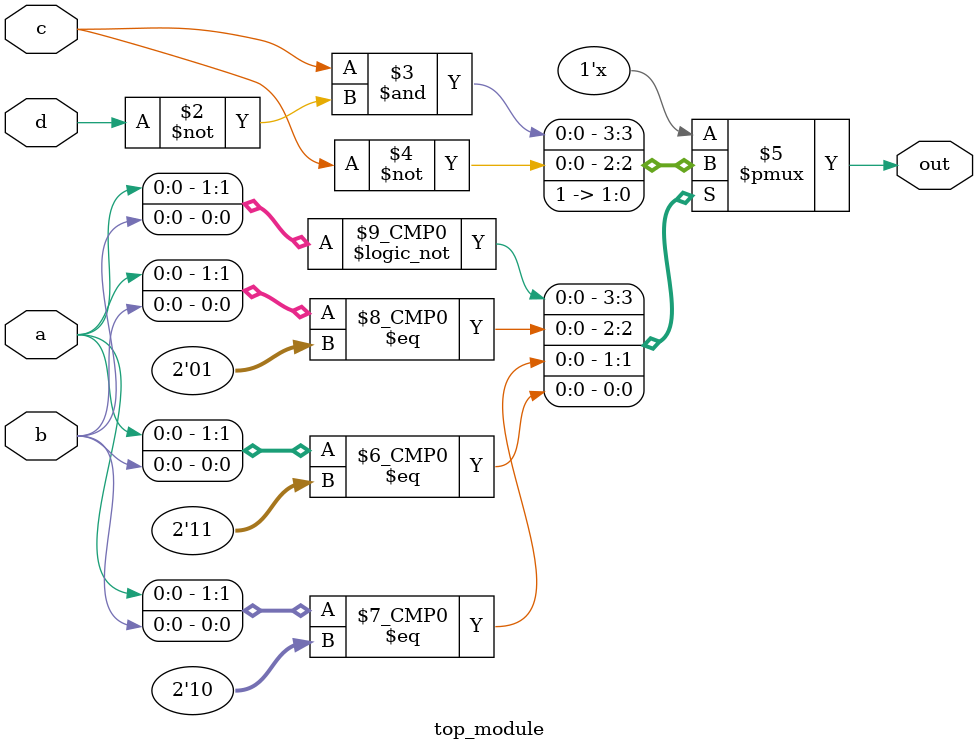
<source format=sv>
module top_module (
    input a, 
    input b,
    input c,
    input d,
    output reg out
);

always @(*) begin
    case ({a, b})
        2'b00: out = c & ~d;
        2'b01: out = ~c;
        2'b10: out = 1'b1;
        2'b11: out = 1'b1;
    endcase
end

endmodule

</source>
